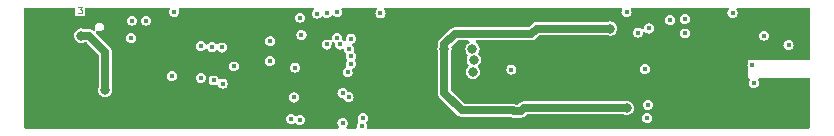
<source format=gbr>
%TF.GenerationSoftware,KiCad,Pcbnew,8.0.4*%
%TF.CreationDate,2024-09-10T00:37:33+02:00*%
%TF.ProjectId,ESP32_PICO_LED,45535033-325f-4504-9943-4f5f4c45442e,rev?*%
%TF.SameCoordinates,Original*%
%TF.FileFunction,Copper,L3,Inr*%
%TF.FilePolarity,Positive*%
%FSLAX46Y46*%
G04 Gerber Fmt 4.6, Leading zero omitted, Abs format (unit mm)*
G04 Created by KiCad (PCBNEW 8.0.4) date 2024-09-10 00:37:33*
%MOMM*%
%LPD*%
G01*
G04 APERTURE LIST*
%ADD10C,0.090000*%
%TA.AperFunction,NonConductor*%
%ADD11C,0.090000*%
%TD*%
%TA.AperFunction,ComponentPad*%
%ADD12C,0.500000*%
%TD*%
%TA.AperFunction,ViaPad*%
%ADD13C,0.450000*%
%TD*%
%TA.AperFunction,ViaPad*%
%ADD14C,0.800000*%
%TD*%
%TA.AperFunction,Conductor*%
%ADD15C,0.700000*%
%TD*%
%TA.AperFunction,Conductor*%
%ADD16C,0.500000*%
%TD*%
G04 APERTURE END LIST*
D10*
D11*
X110980638Y-75794129D02*
X111290162Y-75794129D01*
X111290162Y-75794129D02*
X111123495Y-75984605D01*
X111123495Y-75984605D02*
X111194924Y-75984605D01*
X111194924Y-75984605D02*
X111242543Y-76008415D01*
X111242543Y-76008415D02*
X111266352Y-76032224D01*
X111266352Y-76032224D02*
X111290162Y-76079843D01*
X111290162Y-76079843D02*
X111290162Y-76198891D01*
X111290162Y-76198891D02*
X111266352Y-76246510D01*
X111266352Y-76246510D02*
X111242543Y-76270320D01*
X111242543Y-76270320D02*
X111194924Y-76294129D01*
X111194924Y-76294129D02*
X111052067Y-76294129D01*
X111052067Y-76294129D02*
X111004448Y-76270320D01*
X111004448Y-76270320D02*
X110980638Y-76246510D01*
D12*
%TO.N,GND*%
%TO.C,U5*%
X166300000Y-79750000D03*
X165600000Y-80450000D03*
X165600000Y-79050000D03*
X164900000Y-79750000D03*
%TD*%
D13*
%TO.N,GND*%
X138280000Y-79650000D03*
X158710000Y-79950000D03*
X120400000Y-82300000D03*
X154720000Y-81070000D03*
X145600000Y-76175000D03*
X131240000Y-85560000D03*
X134040000Y-82030000D03*
X172650000Y-79310000D03*
X172190000Y-82030000D03*
X171620000Y-82030000D03*
X170520000Y-85560000D03*
X110123320Y-76354946D03*
X113150000Y-84550000D03*
X171770000Y-79990000D03*
X171170000Y-80010000D03*
X138420000Y-84840000D03*
X170390000Y-79980000D03*
X125180000Y-80970000D03*
X140280000Y-81000000D03*
X117404732Y-78833694D03*
X154760000Y-78540000D03*
X172750000Y-82050000D03*
X168250000Y-77100000D03*
X126990000Y-76180000D03*
X126160000Y-84130000D03*
X146700000Y-76325000D03*
X172650000Y-78560000D03*
X165550000Y-85848000D03*
X119400000Y-78950000D03*
X170840000Y-82380000D03*
X129450000Y-76052000D03*
X172000000Y-83420000D03*
X117493254Y-77350000D03*
X134410000Y-76570000D03*
%TO.N,+3.3V*%
X133350000Y-85600000D03*
X166370000Y-76270000D03*
X162320000Y-78010000D03*
X168050000Y-80700008D03*
X136554016Y-76315416D03*
X115450000Y-78400000D03*
X171110000Y-79000000D03*
X129000000Y-85240000D03*
X168170000Y-82220000D03*
X158930000Y-81040000D03*
X133780000Y-81300000D03*
D14*
X144350000Y-79350000D03*
D13*
X132890000Y-76210000D03*
X158350000Y-77940000D03*
X119092049Y-76191350D03*
D14*
X144450000Y-80250000D03*
X144375007Y-81266134D03*
D13*
X127186992Y-80346992D03*
X127230000Y-78680000D03*
X147642862Y-81066800D03*
X161080000Y-76900000D03*
D14*
%TO.N,+5V*%
X113249964Y-82800000D03*
D13*
X147775000Y-84524996D03*
D14*
X141975742Y-79337407D03*
X157400000Y-84325000D03*
X156000000Y-77600000D03*
X111225000Y-78200000D03*
D13*
X148425000Y-84600000D03*
%TO.N,MIC_PDM_DATA*%
X133132462Y-78947394D03*
X115508609Y-76928114D03*
%TO.N,SWCLK*%
X134038827Y-79930196D03*
%TO.N,SWDIO*%
X133914296Y-79366212D03*
%TO.N,/esp32_wifi_section/IO9*%
X157390000Y-76210000D03*
X162320000Y-76800000D03*
%TO.N,MIC_PDM_CLK*%
X132850002Y-78415000D03*
X116691497Y-76928200D03*
%TO.N,BUTTON*%
X118890740Y-81629313D03*
X132000000Y-78947998D03*
%TO.N,QSPI_SD0*%
X123150000Y-79200000D03*
X123190000Y-82258928D03*
%TO.N,QSPI_SD3*%
X121340000Y-81760000D03*
X121340000Y-79100000D03*
%TO.N,Net-(U3-VREG_VOUT)*%
X129325000Y-80905000D03*
X134060450Y-80580306D03*
%TO.N,QSPI_CLK*%
X122290000Y-79140000D03*
X122430000Y-81990000D03*
%TO.N,/UART1_RX*%
X133860743Y-83414319D03*
X159150000Y-85200000D03*
%TO.N,Net-(U5-CHIP_EN)*%
X159290000Y-77590000D03*
X169050000Y-78200000D03*
%TO.N,Net-(U3-RUN)*%
X124150000Y-80800000D03*
X134050000Y-78450000D03*
%TO.N,/UART1_TX*%
X159200000Y-84050000D03*
X133350000Y-83071800D03*
%TO.N,LED_1_C*%
X129869818Y-78124166D03*
%TO.N,LED_1_D*%
X129748119Y-76676145D03*
%TO.N,LED_2_C*%
X132000000Y-76300000D03*
%TO.N,LED_2_D*%
X131196601Y-76331033D03*
%TO.N,LED_4_C*%
X134980000Y-85841402D03*
%TO.N,LED_4_D*%
X135060000Y-85200000D03*
%TO.N,LED_3_D*%
X129725002Y-85334998D03*
%TO.N,LED_3_C*%
X129241800Y-83433837D03*
%TD*%
D15*
%TO.N,+5V*%
X149325000Y-78045000D02*
X142865000Y-78045000D01*
D16*
X141975742Y-79337407D02*
X141982593Y-79337407D01*
D15*
X149770000Y-77600000D02*
X149325000Y-78045000D01*
X148700000Y-84325000D02*
X148425000Y-84600000D01*
X141975742Y-78934258D02*
X141975742Y-79337407D01*
X141975742Y-83035742D02*
X143464996Y-84524996D01*
X143464996Y-84524996D02*
X147775000Y-84524996D01*
X111900000Y-78200000D02*
X111225000Y-78200000D01*
X142865000Y-78045000D02*
X141975742Y-78934258D01*
X113249964Y-79549964D02*
X111900000Y-78200000D01*
X141975742Y-79337407D02*
X141975742Y-83035742D01*
X156000000Y-77600000D02*
X149770000Y-77600000D01*
X157400000Y-84325000D02*
X148700000Y-84325000D01*
X147775000Y-84524996D02*
X147850004Y-84600000D01*
X147850004Y-84600000D02*
X148425000Y-84600000D01*
X113249964Y-82800000D02*
X113249964Y-79549964D01*
%TD*%
%TA.AperFunction,Conductor*%
%TO.N,GND*%
G36*
X110673177Y-75847185D02*
G01*
X110718932Y-75899989D01*
X110730138Y-75951500D01*
X110730138Y-76547957D01*
X111543990Y-76547957D01*
X111543990Y-75951500D01*
X111563675Y-75884461D01*
X111616479Y-75838706D01*
X111667990Y-75827500D01*
X118597541Y-75827500D01*
X118664580Y-75847185D01*
X118710335Y-75899989D01*
X118720279Y-75969147D01*
X118708027Y-76007789D01*
X118695334Y-76032703D01*
X118682328Y-76058228D01*
X118661245Y-76191347D01*
X118661245Y-76191352D01*
X118682328Y-76324471D01*
X118682329Y-76324474D01*
X118682330Y-76324476D01*
X118737690Y-76433126D01*
X118743522Y-76444571D01*
X118743525Y-76444575D01*
X118838823Y-76539873D01*
X118838827Y-76539876D01*
X118838829Y-76539878D01*
X118958923Y-76601069D01*
X118958925Y-76601069D01*
X118958927Y-76601070D01*
X119092047Y-76622154D01*
X119092049Y-76622154D01*
X119092051Y-76622154D01*
X119225170Y-76601070D01*
X119225170Y-76601069D01*
X119225175Y-76601069D01*
X119345269Y-76539878D01*
X119440577Y-76444570D01*
X119501768Y-76324476D01*
X119503203Y-76315416D01*
X119522853Y-76191352D01*
X119522853Y-76191347D01*
X119501769Y-76058228D01*
X119501768Y-76058226D01*
X119501768Y-76058224D01*
X119476071Y-76007791D01*
X119463176Y-75939126D01*
X119489452Y-75874386D01*
X119546558Y-75834128D01*
X119586557Y-75827500D01*
X130799023Y-75827500D01*
X130866062Y-75847185D01*
X130911817Y-75899989D01*
X130921761Y-75969147D01*
X130892736Y-76032703D01*
X130886704Y-76039181D01*
X130848077Y-76077807D01*
X130848074Y-76077811D01*
X130848073Y-76077813D01*
X130790225Y-76191347D01*
X130786880Y-76197911D01*
X130765797Y-76331030D01*
X130765797Y-76331035D01*
X130786880Y-76464154D01*
X130786881Y-76464157D01*
X130786882Y-76464159D01*
X130845741Y-76579676D01*
X130848074Y-76584254D01*
X130848077Y-76584258D01*
X130943375Y-76679556D01*
X130943379Y-76679559D01*
X130943381Y-76679561D01*
X131063475Y-76740752D01*
X131063477Y-76740752D01*
X131063479Y-76740753D01*
X131196599Y-76761837D01*
X131196601Y-76761837D01*
X131196603Y-76761837D01*
X131329722Y-76740753D01*
X131329722Y-76740752D01*
X131329727Y-76740752D01*
X131449821Y-76679561D01*
X131526136Y-76603245D01*
X131587456Y-76569761D01*
X131657148Y-76574745D01*
X131701497Y-76603246D01*
X131746774Y-76648523D01*
X131746778Y-76648526D01*
X131746780Y-76648528D01*
X131866874Y-76709719D01*
X131866876Y-76709719D01*
X131866878Y-76709720D01*
X131999998Y-76730804D01*
X132000000Y-76730804D01*
X132000002Y-76730804D01*
X132133121Y-76709720D01*
X132133121Y-76709719D01*
X132133126Y-76709719D01*
X132253220Y-76648528D01*
X132348528Y-76553220D01*
X132366549Y-76517850D01*
X132414523Y-76467054D01*
X132482344Y-76450259D01*
X132548479Y-76472796D01*
X132564715Y-76486464D01*
X132636774Y-76558523D01*
X132636778Y-76558526D01*
X132636780Y-76558528D01*
X132756874Y-76619719D01*
X132756876Y-76619719D01*
X132756878Y-76619720D01*
X132889998Y-76640804D01*
X132890000Y-76640804D01*
X132890002Y-76640804D01*
X133023121Y-76619720D01*
X133023121Y-76619719D01*
X133023126Y-76619719D01*
X133143220Y-76558528D01*
X133238528Y-76463220D01*
X133299719Y-76343126D01*
X133301634Y-76331035D01*
X133320804Y-76210002D01*
X133320804Y-76209997D01*
X133299720Y-76076876D01*
X133264521Y-76007794D01*
X133251625Y-75939125D01*
X133277902Y-75874385D01*
X133335008Y-75834128D01*
X133375006Y-75827500D01*
X136140821Y-75827500D01*
X136207860Y-75847185D01*
X136253615Y-75899989D01*
X136263559Y-75969147D01*
X136234534Y-76032703D01*
X136228502Y-76039181D01*
X136205492Y-76062190D01*
X136205489Y-76062194D01*
X136205488Y-76062196D01*
X136152266Y-76166651D01*
X136144295Y-76182294D01*
X136123212Y-76315413D01*
X136123212Y-76315418D01*
X136144295Y-76448537D01*
X136144296Y-76448540D01*
X136144297Y-76448542D01*
X136200337Y-76558526D01*
X136205489Y-76568637D01*
X136205492Y-76568641D01*
X136300790Y-76663939D01*
X136300794Y-76663942D01*
X136300796Y-76663944D01*
X136420890Y-76725135D01*
X136420892Y-76725135D01*
X136420894Y-76725136D01*
X136554014Y-76746220D01*
X136554016Y-76746220D01*
X136554018Y-76746220D01*
X136687137Y-76725136D01*
X136687137Y-76725135D01*
X136687142Y-76725135D01*
X136807236Y-76663944D01*
X136902544Y-76568636D01*
X136963735Y-76448542D01*
X136963736Y-76448537D01*
X136984820Y-76315418D01*
X136984820Y-76315413D01*
X136963736Y-76182294D01*
X136963735Y-76182292D01*
X136963735Y-76182290D01*
X136902544Y-76062196D01*
X136902542Y-76062194D01*
X136902539Y-76062190D01*
X136879530Y-76039181D01*
X136846045Y-75977858D01*
X136851029Y-75908166D01*
X136892901Y-75852233D01*
X136958365Y-75827816D01*
X136967211Y-75827500D01*
X156904994Y-75827500D01*
X156972033Y-75847185D01*
X157017788Y-75899989D01*
X157027732Y-75969147D01*
X157015479Y-76007794D01*
X156980279Y-76076876D01*
X156959196Y-76209997D01*
X156959196Y-76210002D01*
X156980279Y-76343121D01*
X156980280Y-76343124D01*
X156980281Y-76343126D01*
X157041472Y-76463220D01*
X157041473Y-76463221D01*
X157041476Y-76463225D01*
X157136774Y-76558523D01*
X157136778Y-76558526D01*
X157136780Y-76558528D01*
X157256874Y-76619719D01*
X157256876Y-76619719D01*
X157256878Y-76619720D01*
X157389998Y-76640804D01*
X157390000Y-76640804D01*
X157390002Y-76640804D01*
X157523121Y-76619720D01*
X157523121Y-76619719D01*
X157523126Y-76619719D01*
X157643220Y-76558528D01*
X157738528Y-76463220D01*
X157799719Y-76343126D01*
X157801634Y-76331035D01*
X157820804Y-76210002D01*
X157820804Y-76209997D01*
X157799720Y-76076876D01*
X157764521Y-76007794D01*
X157751625Y-75939125D01*
X157777902Y-75874385D01*
X157835008Y-75834128D01*
X157875006Y-75827500D01*
X165915629Y-75827500D01*
X165982668Y-75847185D01*
X166028423Y-75899989D01*
X166038367Y-75969147D01*
X166023122Y-76006668D01*
X166025903Y-76008085D01*
X166021473Y-76016778D01*
X166021472Y-76016780D01*
X165990853Y-76076874D01*
X165960279Y-76136878D01*
X165939196Y-76269997D01*
X165939196Y-76270002D01*
X165960279Y-76403121D01*
X165960280Y-76403124D01*
X165960281Y-76403126D01*
X166021472Y-76523220D01*
X166021473Y-76523221D01*
X166021476Y-76523225D01*
X166116774Y-76618523D01*
X166116778Y-76618526D01*
X166116780Y-76618528D01*
X166236874Y-76679719D01*
X166236876Y-76679719D01*
X166236878Y-76679720D01*
X166369998Y-76700804D01*
X166370000Y-76700804D01*
X166370002Y-76700804D01*
X166503121Y-76679720D01*
X166503121Y-76679719D01*
X166503126Y-76679719D01*
X166623220Y-76618528D01*
X166718528Y-76523220D01*
X166779719Y-76403126D01*
X166779720Y-76403121D01*
X166800804Y-76270002D01*
X166800804Y-76269997D01*
X166779720Y-76136878D01*
X166779719Y-76136876D01*
X166779719Y-76136874D01*
X166718528Y-76016780D01*
X166718526Y-76016778D01*
X166714097Y-76008085D01*
X166717609Y-76006295D01*
X166700578Y-75958664D01*
X166716357Y-75890599D01*
X166766429Y-75841870D01*
X166824371Y-75827500D01*
X172826000Y-75827500D01*
X172893039Y-75847185D01*
X172938794Y-75899989D01*
X172950000Y-75951500D01*
X172950000Y-80176000D01*
X172930315Y-80243039D01*
X172877511Y-80288794D01*
X172826000Y-80300000D01*
X168231954Y-80300000D01*
X168193244Y-80290709D01*
X168192402Y-80293303D01*
X168183124Y-80290288D01*
X168050002Y-80269204D01*
X168049998Y-80269204D01*
X167916875Y-80290288D01*
X167907598Y-80293303D01*
X167906755Y-80290709D01*
X167868046Y-80300000D01*
X167650000Y-80300000D01*
X167650000Y-80518036D01*
X167640708Y-80556757D01*
X167643297Y-80557598D01*
X167640280Y-80566883D01*
X167619196Y-80700005D01*
X167619196Y-80700010D01*
X167640279Y-80833130D01*
X167643297Y-80842416D01*
X167640701Y-80843259D01*
X167650000Y-80881979D01*
X167650000Y-81800000D01*
X167704101Y-81800000D01*
X167771140Y-81819685D01*
X167816895Y-81872489D01*
X167826839Y-81941647D01*
X167814586Y-81980294D01*
X167760279Y-82086876D01*
X167739196Y-82219997D01*
X167739196Y-82220002D01*
X167760279Y-82353121D01*
X167760280Y-82353124D01*
X167760281Y-82353126D01*
X167794765Y-82420804D01*
X167821473Y-82473221D01*
X167821476Y-82473225D01*
X167916774Y-82568523D01*
X167916778Y-82568526D01*
X167916780Y-82568528D01*
X168036874Y-82629719D01*
X168036876Y-82629719D01*
X168036878Y-82629720D01*
X168169998Y-82650804D01*
X168170000Y-82650804D01*
X168170002Y-82650804D01*
X168303121Y-82629720D01*
X168303121Y-82629719D01*
X168303126Y-82629719D01*
X168423220Y-82568528D01*
X168518528Y-82473220D01*
X168579719Y-82353126D01*
X168582031Y-82338528D01*
X168600804Y-82220002D01*
X168600804Y-82219997D01*
X168579720Y-82086876D01*
X168525414Y-81980294D01*
X168512518Y-81911625D01*
X168538795Y-81846885D01*
X168595901Y-81806628D01*
X168635899Y-81800000D01*
X172826000Y-81800000D01*
X172893039Y-81819685D01*
X172938794Y-81872489D01*
X172950000Y-81924000D01*
X172950000Y-85948500D01*
X172930315Y-86015539D01*
X172877511Y-86061294D01*
X172826000Y-86072500D01*
X135519387Y-86072500D01*
X135452348Y-86052815D01*
X135406593Y-86000011D01*
X135396649Y-85930853D01*
X135396914Y-85929102D01*
X135410804Y-85841404D01*
X135410804Y-85841399D01*
X135389720Y-85708280D01*
X135389719Y-85708278D01*
X135389719Y-85708276D01*
X135350875Y-85632041D01*
X135337980Y-85563375D01*
X135364256Y-85498634D01*
X135373681Y-85488067D01*
X135408524Y-85453224D01*
X135408528Y-85453220D01*
X135469719Y-85333126D01*
X135482652Y-85251472D01*
X135490804Y-85200002D01*
X135490804Y-85199997D01*
X158719196Y-85199997D01*
X158719196Y-85200002D01*
X158740279Y-85333121D01*
X158740280Y-85333124D01*
X158740281Y-85333126D01*
X158801472Y-85453220D01*
X158801473Y-85453221D01*
X158801476Y-85453225D01*
X158896774Y-85548523D01*
X158896778Y-85548526D01*
X158896780Y-85548528D01*
X159016874Y-85609719D01*
X159016876Y-85609719D01*
X159016878Y-85609720D01*
X159149998Y-85630804D01*
X159150000Y-85630804D01*
X159150002Y-85630804D01*
X159283121Y-85609720D01*
X159283121Y-85609719D01*
X159283126Y-85609719D01*
X159403220Y-85548528D01*
X159498528Y-85453220D01*
X159559719Y-85333126D01*
X159572652Y-85251472D01*
X159580804Y-85200002D01*
X159580804Y-85199997D01*
X159559720Y-85066878D01*
X159559719Y-85066876D01*
X159559719Y-85066874D01*
X159498528Y-84946780D01*
X159498526Y-84946778D01*
X159498523Y-84946774D01*
X159403225Y-84851476D01*
X159403221Y-84851473D01*
X159403220Y-84851472D01*
X159283126Y-84790281D01*
X159283124Y-84790280D01*
X159283121Y-84790279D01*
X159150002Y-84769196D01*
X159149998Y-84769196D01*
X159016878Y-84790279D01*
X158896778Y-84851473D01*
X158896774Y-84851476D01*
X158801476Y-84946774D01*
X158801473Y-84946778D01*
X158740279Y-85066878D01*
X158719196Y-85199997D01*
X135490804Y-85199997D01*
X135469720Y-85066878D01*
X135469719Y-85066876D01*
X135469719Y-85066874D01*
X135408528Y-84946780D01*
X135408526Y-84946778D01*
X135408523Y-84946774D01*
X135313225Y-84851476D01*
X135313221Y-84851473D01*
X135313220Y-84851472D01*
X135193126Y-84790281D01*
X135193124Y-84790280D01*
X135193121Y-84790279D01*
X135060002Y-84769196D01*
X135059998Y-84769196D01*
X134926878Y-84790279D01*
X134806778Y-84851473D01*
X134806774Y-84851476D01*
X134711476Y-84946774D01*
X134711473Y-84946778D01*
X134650279Y-85066878D01*
X134629196Y-85199997D01*
X134629196Y-85200002D01*
X134650279Y-85333123D01*
X134689123Y-85409358D01*
X134702019Y-85478027D01*
X134675742Y-85542767D01*
X134666320Y-85553332D01*
X134631476Y-85588176D01*
X134631473Y-85588180D01*
X134570279Y-85708280D01*
X134549196Y-85841399D01*
X134549196Y-85841404D01*
X134563086Y-85929102D01*
X134554131Y-85998396D01*
X134509135Y-86051848D01*
X134442384Y-86072487D01*
X134440613Y-86072500D01*
X133778611Y-86072500D01*
X133711572Y-86052815D01*
X133665817Y-86000011D01*
X133655873Y-85930853D01*
X133684898Y-85867297D01*
X133690930Y-85860819D01*
X133698523Y-85853225D01*
X133698528Y-85853220D01*
X133759719Y-85733126D01*
X133772929Y-85649720D01*
X133780804Y-85600002D01*
X133780804Y-85599997D01*
X133759720Y-85466878D01*
X133759719Y-85466876D01*
X133759719Y-85466874D01*
X133698528Y-85346780D01*
X133698526Y-85346778D01*
X133698523Y-85346774D01*
X133603225Y-85251476D01*
X133603221Y-85251473D01*
X133603220Y-85251472D01*
X133483126Y-85190281D01*
X133483124Y-85190280D01*
X133483121Y-85190279D01*
X133350002Y-85169196D01*
X133349998Y-85169196D01*
X133216878Y-85190279D01*
X133216874Y-85190280D01*
X133216874Y-85190281D01*
X133194125Y-85201872D01*
X133096778Y-85251473D01*
X133096774Y-85251476D01*
X133001476Y-85346774D01*
X133001473Y-85346778D01*
X132940279Y-85466878D01*
X132919196Y-85599997D01*
X132919196Y-85600002D01*
X132940279Y-85733121D01*
X132940280Y-85733124D01*
X132940281Y-85733126D01*
X133001472Y-85853220D01*
X133001473Y-85853221D01*
X133001476Y-85853225D01*
X133009070Y-85860819D01*
X133042555Y-85922142D01*
X133037571Y-85991834D01*
X132995699Y-86047767D01*
X132930235Y-86072184D01*
X132921389Y-86072500D01*
X106501500Y-86072500D01*
X106434461Y-86052815D01*
X106388706Y-86000011D01*
X106377500Y-85948500D01*
X106377500Y-85239997D01*
X128569196Y-85239997D01*
X128569196Y-85240002D01*
X128590279Y-85373121D01*
X128590280Y-85373124D01*
X128590281Y-85373126D01*
X128651296Y-85492874D01*
X128651473Y-85493221D01*
X128651476Y-85493225D01*
X128746774Y-85588523D01*
X128746778Y-85588526D01*
X128746780Y-85588528D01*
X128866874Y-85649719D01*
X128866876Y-85649719D01*
X128866878Y-85649720D01*
X128999998Y-85670804D01*
X129000000Y-85670804D01*
X129000002Y-85670804D01*
X129133121Y-85649720D01*
X129133121Y-85649719D01*
X129133126Y-85649719D01*
X129253220Y-85588528D01*
X129253222Y-85588525D01*
X129254803Y-85587720D01*
X129323472Y-85574824D01*
X129388212Y-85601100D01*
X129398779Y-85610524D01*
X129471776Y-85683521D01*
X129471780Y-85683524D01*
X129471782Y-85683526D01*
X129591876Y-85744717D01*
X129591878Y-85744717D01*
X129591880Y-85744718D01*
X129725000Y-85765802D01*
X129725002Y-85765802D01*
X129725004Y-85765802D01*
X129858123Y-85744718D01*
X129858123Y-85744717D01*
X129858128Y-85744717D01*
X129978222Y-85683526D01*
X130073530Y-85588218D01*
X130134721Y-85468124D01*
X130134722Y-85468119D01*
X130155806Y-85335000D01*
X130155806Y-85334995D01*
X130134722Y-85201876D01*
X130134721Y-85201874D01*
X130134721Y-85201872D01*
X130073530Y-85081778D01*
X130073528Y-85081776D01*
X130073525Y-85081772D01*
X129978227Y-84986474D01*
X129978223Y-84986471D01*
X129978222Y-84986470D01*
X129858128Y-84925279D01*
X129858126Y-84925278D01*
X129858123Y-84925277D01*
X129725004Y-84904194D01*
X129725000Y-84904194D01*
X129591878Y-84925277D01*
X129470197Y-84987277D01*
X129401528Y-85000173D01*
X129336788Y-84973896D01*
X129326222Y-84964473D01*
X129253225Y-84891476D01*
X129253221Y-84891473D01*
X129253220Y-84891472D01*
X129133126Y-84830281D01*
X129133124Y-84830280D01*
X129133121Y-84830279D01*
X129000002Y-84809196D01*
X128999998Y-84809196D01*
X128866878Y-84830279D01*
X128746778Y-84891473D01*
X128746774Y-84891476D01*
X128651476Y-84986774D01*
X128651473Y-84986778D01*
X128590279Y-85106878D01*
X128569196Y-85239997D01*
X106377500Y-85239997D01*
X106377500Y-83433834D01*
X128810996Y-83433834D01*
X128810996Y-83433839D01*
X128832079Y-83566958D01*
X128832080Y-83566961D01*
X128832081Y-83566963D01*
X128883328Y-83667540D01*
X128893273Y-83687058D01*
X128893276Y-83687062D01*
X128988574Y-83782360D01*
X128988578Y-83782363D01*
X128988580Y-83782365D01*
X129108674Y-83843556D01*
X129108676Y-83843556D01*
X129108678Y-83843557D01*
X129241798Y-83864641D01*
X129241800Y-83864641D01*
X129241802Y-83864641D01*
X129374921Y-83843557D01*
X129374921Y-83843556D01*
X129374926Y-83843556D01*
X129495020Y-83782365D01*
X129590328Y-83687057D01*
X129651519Y-83566963D01*
X129651520Y-83566958D01*
X129672604Y-83433839D01*
X129672604Y-83433834D01*
X129651520Y-83300715D01*
X129651519Y-83300713D01*
X129651519Y-83300711D01*
X129590328Y-83180617D01*
X129590326Y-83180615D01*
X129590323Y-83180611D01*
X129495025Y-83085313D01*
X129495021Y-83085310D01*
X129495020Y-83085309D01*
X129468501Y-83071797D01*
X132919196Y-83071797D01*
X132919196Y-83071802D01*
X132940279Y-83204921D01*
X132940280Y-83204924D01*
X132940281Y-83204926D01*
X133001472Y-83325020D01*
X133001473Y-83325021D01*
X133001476Y-83325025D01*
X133096774Y-83420323D01*
X133096778Y-83420326D01*
X133096780Y-83420328D01*
X133216874Y-83481519D01*
X133216876Y-83481519D01*
X133216878Y-83481520D01*
X133349998Y-83502604D01*
X133352189Y-83502604D01*
X133354754Y-83503357D01*
X133359639Y-83504131D01*
X133359539Y-83504762D01*
X133419228Y-83522289D01*
X133462673Y-83570308D01*
X133512215Y-83667539D01*
X133512217Y-83667541D01*
X133512219Y-83667544D01*
X133607517Y-83762842D01*
X133607521Y-83762845D01*
X133607523Y-83762847D01*
X133727617Y-83824038D01*
X133727619Y-83824038D01*
X133727621Y-83824039D01*
X133860741Y-83845123D01*
X133860743Y-83845123D01*
X133860745Y-83845123D01*
X133993864Y-83824039D01*
X133993864Y-83824038D01*
X133993869Y-83824038D01*
X134113963Y-83762847D01*
X134209271Y-83667539D01*
X134270462Y-83547445D01*
X134270463Y-83547440D01*
X134291547Y-83414321D01*
X134291547Y-83414316D01*
X134270463Y-83281197D01*
X134270462Y-83281195D01*
X134270462Y-83281193D01*
X134209271Y-83161099D01*
X134209269Y-83161097D01*
X134209266Y-83161093D01*
X134113968Y-83065795D01*
X134113964Y-83065792D01*
X134113963Y-83065791D01*
X133993869Y-83004600D01*
X133993867Y-83004599D01*
X133993864Y-83004598D01*
X133860745Y-82983515D01*
X133858553Y-82983515D01*
X133855985Y-82982761D01*
X133851104Y-82981988D01*
X133851203Y-82981357D01*
X133791514Y-82963830D01*
X133748069Y-82915810D01*
X133698528Y-82818580D01*
X133698525Y-82818577D01*
X133698523Y-82818574D01*
X133603225Y-82723276D01*
X133603221Y-82723273D01*
X133603220Y-82723272D01*
X133483126Y-82662081D01*
X133483124Y-82662080D01*
X133483121Y-82662079D01*
X133350002Y-82640996D01*
X133349998Y-82640996D01*
X133216878Y-82662079D01*
X133096778Y-82723273D01*
X133096774Y-82723276D01*
X133001476Y-82818574D01*
X133001473Y-82818578D01*
X132940279Y-82938678D01*
X132919196Y-83071797D01*
X129468501Y-83071797D01*
X129374926Y-83024118D01*
X129374924Y-83024117D01*
X129374921Y-83024116D01*
X129241802Y-83003033D01*
X129241798Y-83003033D01*
X129108678Y-83024116D01*
X128988578Y-83085310D01*
X128988574Y-83085313D01*
X128893276Y-83180611D01*
X128893273Y-83180615D01*
X128832079Y-83300715D01*
X128810996Y-83433834D01*
X106377500Y-83433834D01*
X106377500Y-78199998D01*
X110619318Y-78199998D01*
X110619318Y-78200001D01*
X110639955Y-78356760D01*
X110639956Y-78356762D01*
X110687974Y-78472689D01*
X110700464Y-78502841D01*
X110796718Y-78628282D01*
X110922159Y-78724536D01*
X111068238Y-78785044D01*
X111146619Y-78795363D01*
X111224999Y-78805682D01*
X111225000Y-78805682D01*
X111225001Y-78805682D01*
X111279378Y-78798523D01*
X111381762Y-78785044D01*
X111442370Y-78759938D01*
X111489823Y-78750500D01*
X111620613Y-78750500D01*
X111687652Y-78770185D01*
X111708294Y-78786819D01*
X112663145Y-79741670D01*
X112696630Y-79802993D01*
X112699464Y-79829351D01*
X112699464Y-82535176D01*
X112690025Y-82582628D01*
X112664921Y-82643234D01*
X112664919Y-82643239D01*
X112644282Y-82799998D01*
X112644282Y-82800001D01*
X112664919Y-82956760D01*
X112664920Y-82956762D01*
X112725428Y-83102841D01*
X112821682Y-83228282D01*
X112947123Y-83324536D01*
X113093202Y-83385044D01*
X113171583Y-83395363D01*
X113249963Y-83405682D01*
X113249964Y-83405682D01*
X113249965Y-83405682D01*
X113302218Y-83398802D01*
X113406726Y-83385044D01*
X113552805Y-83324536D01*
X113678246Y-83228282D01*
X113774500Y-83102841D01*
X113835008Y-82956762D01*
X113855646Y-82800000D01*
X113835008Y-82643238D01*
X113809903Y-82582628D01*
X113800464Y-82535176D01*
X113800464Y-81629310D01*
X118459936Y-81629310D01*
X118459936Y-81629315D01*
X118481019Y-81762434D01*
X118481020Y-81762437D01*
X118481021Y-81762439D01*
X118542212Y-81882533D01*
X118542213Y-81882534D01*
X118542216Y-81882538D01*
X118637514Y-81977836D01*
X118637518Y-81977839D01*
X118637520Y-81977841D01*
X118757614Y-82039032D01*
X118757616Y-82039032D01*
X118757618Y-82039033D01*
X118890738Y-82060117D01*
X118890740Y-82060117D01*
X118890742Y-82060117D01*
X119023861Y-82039033D01*
X119023861Y-82039032D01*
X119023866Y-82039032D01*
X119143960Y-81977841D01*
X119239268Y-81882533D01*
X119300459Y-81762439D01*
X119300845Y-81760002D01*
X119300846Y-81759997D01*
X120909196Y-81759997D01*
X120909196Y-81760002D01*
X120930279Y-81893121D01*
X120930280Y-81893124D01*
X120930281Y-81893126D01*
X120991472Y-82013220D01*
X120991473Y-82013221D01*
X120991476Y-82013225D01*
X121086774Y-82108523D01*
X121086778Y-82108526D01*
X121086780Y-82108528D01*
X121206874Y-82169719D01*
X121206876Y-82169719D01*
X121206878Y-82169720D01*
X121339998Y-82190804D01*
X121340000Y-82190804D01*
X121340002Y-82190804D01*
X121473121Y-82169720D01*
X121473121Y-82169719D01*
X121473126Y-82169719D01*
X121593220Y-82108528D01*
X121688528Y-82013220D01*
X121700361Y-81989997D01*
X121999196Y-81989997D01*
X121999196Y-81990002D01*
X122020279Y-82123121D01*
X122020280Y-82123124D01*
X122020281Y-82123126D01*
X122069641Y-82220000D01*
X122081473Y-82243221D01*
X122081476Y-82243225D01*
X122176774Y-82338523D01*
X122176778Y-82338526D01*
X122176780Y-82338528D01*
X122296874Y-82399719D01*
X122296876Y-82399719D01*
X122296878Y-82399720D01*
X122429998Y-82420804D01*
X122430000Y-82420804D01*
X122430002Y-82420804D01*
X122563121Y-82399720D01*
X122563121Y-82399719D01*
X122563126Y-82399719D01*
X122628142Y-82366591D01*
X122696808Y-82353696D01*
X122761548Y-82379972D01*
X122794918Y-82420780D01*
X122841472Y-82512148D01*
X122841474Y-82512150D01*
X122841476Y-82512153D01*
X122936774Y-82607451D01*
X122936778Y-82607454D01*
X122936780Y-82607456D01*
X123056874Y-82668647D01*
X123056876Y-82668647D01*
X123056878Y-82668648D01*
X123189998Y-82689732D01*
X123190000Y-82689732D01*
X123190002Y-82689732D01*
X123323121Y-82668648D01*
X123323121Y-82668647D01*
X123323126Y-82668647D01*
X123443220Y-82607456D01*
X123538528Y-82512148D01*
X123599719Y-82392054D01*
X123603752Y-82366592D01*
X123620804Y-82258930D01*
X123620804Y-82258925D01*
X123599720Y-82125806D01*
X123599719Y-82125804D01*
X123599719Y-82125802D01*
X123538528Y-82005708D01*
X123538526Y-82005706D01*
X123538523Y-82005702D01*
X123443225Y-81910404D01*
X123443221Y-81910401D01*
X123443220Y-81910400D01*
X123323126Y-81849209D01*
X123323124Y-81849208D01*
X123323121Y-81849207D01*
X123190002Y-81828124D01*
X123189998Y-81828124D01*
X123056875Y-81849208D01*
X123056874Y-81849208D01*
X122991858Y-81882335D01*
X122923189Y-81895231D01*
X122858449Y-81868954D01*
X122825082Y-81828147D01*
X122778528Y-81736780D01*
X122778526Y-81736778D01*
X122778523Y-81736774D01*
X122683225Y-81641476D01*
X122683221Y-81641473D01*
X122683220Y-81641472D01*
X122563126Y-81580281D01*
X122563124Y-81580280D01*
X122563121Y-81580279D01*
X122430002Y-81559196D01*
X122429998Y-81559196D01*
X122296878Y-81580279D01*
X122176778Y-81641473D01*
X122176774Y-81641476D01*
X122081476Y-81736774D01*
X122081473Y-81736778D01*
X122020279Y-81856878D01*
X121999196Y-81989997D01*
X121700361Y-81989997D01*
X121749719Y-81893126D01*
X121753149Y-81871472D01*
X121770804Y-81760002D01*
X121770804Y-81759997D01*
X121749720Y-81626878D01*
X121749719Y-81626876D01*
X121749719Y-81626874D01*
X121688528Y-81506780D01*
X121688526Y-81506778D01*
X121688523Y-81506774D01*
X121593225Y-81411476D01*
X121593221Y-81411473D01*
X121593220Y-81411472D01*
X121473126Y-81350281D01*
X121473124Y-81350280D01*
X121473121Y-81350279D01*
X121340002Y-81329196D01*
X121339998Y-81329196D01*
X121206878Y-81350279D01*
X121086778Y-81411473D01*
X121086774Y-81411476D01*
X120991476Y-81506774D01*
X120991473Y-81506778D01*
X120930279Y-81626878D01*
X120909196Y-81759997D01*
X119300846Y-81759997D01*
X119321544Y-81629315D01*
X119321544Y-81629310D01*
X119300460Y-81496191D01*
X119300459Y-81496189D01*
X119300459Y-81496187D01*
X119239268Y-81376093D01*
X119239266Y-81376091D01*
X119239263Y-81376087D01*
X119143965Y-81280789D01*
X119143961Y-81280786D01*
X119143960Y-81280785D01*
X119023866Y-81219594D01*
X119023864Y-81219593D01*
X119023861Y-81219592D01*
X118890742Y-81198509D01*
X118890738Y-81198509D01*
X118757618Y-81219592D01*
X118637518Y-81280786D01*
X118637514Y-81280789D01*
X118542216Y-81376087D01*
X118542213Y-81376091D01*
X118481019Y-81496191D01*
X118459936Y-81629310D01*
X113800464Y-81629310D01*
X113800464Y-80799997D01*
X123719196Y-80799997D01*
X123719196Y-80800002D01*
X123740279Y-80933121D01*
X123740280Y-80933124D01*
X123740281Y-80933126D01*
X123801472Y-81053220D01*
X123801473Y-81053221D01*
X123801476Y-81053225D01*
X123896774Y-81148523D01*
X123896778Y-81148526D01*
X123896780Y-81148528D01*
X124016874Y-81209719D01*
X124016876Y-81209719D01*
X124016878Y-81209720D01*
X124149998Y-81230804D01*
X124150000Y-81230804D01*
X124150002Y-81230804D01*
X124283121Y-81209720D01*
X124283121Y-81209719D01*
X124283126Y-81209719D01*
X124403220Y-81148528D01*
X124498528Y-81053220D01*
X124559719Y-80933126D01*
X124563877Y-80906874D01*
X124564174Y-80904997D01*
X128894196Y-80904997D01*
X128894196Y-80905002D01*
X128915279Y-81038121D01*
X128915280Y-81038124D01*
X128915281Y-81038126D01*
X128971533Y-81148526D01*
X128976473Y-81158221D01*
X128976476Y-81158225D01*
X129071774Y-81253523D01*
X129071778Y-81253526D01*
X129071780Y-81253528D01*
X129191874Y-81314719D01*
X129191876Y-81314719D01*
X129191878Y-81314720D01*
X129324998Y-81335804D01*
X129325000Y-81335804D01*
X129325002Y-81335804D01*
X129458121Y-81314720D01*
X129458121Y-81314719D01*
X129458126Y-81314719D01*
X129578220Y-81253528D01*
X129673528Y-81158220D01*
X129734719Y-81038126D01*
X129739949Y-81005108D01*
X129755804Y-80905002D01*
X129755804Y-80904997D01*
X129734720Y-80771878D01*
X129734719Y-80771876D01*
X129734719Y-80771874D01*
X129673528Y-80651780D01*
X129673526Y-80651778D01*
X129673523Y-80651774D01*
X129578225Y-80556476D01*
X129578221Y-80556473D01*
X129578220Y-80556472D01*
X129458126Y-80495281D01*
X129458124Y-80495280D01*
X129458121Y-80495279D01*
X129325002Y-80474196D01*
X129324998Y-80474196D01*
X129191878Y-80495279D01*
X129071778Y-80556473D01*
X129071774Y-80556476D01*
X128976476Y-80651774D01*
X128976473Y-80651778D01*
X128915279Y-80771878D01*
X128894196Y-80904997D01*
X124564174Y-80904997D01*
X124580804Y-80800002D01*
X124580804Y-80799997D01*
X124559720Y-80666878D01*
X124559719Y-80666876D01*
X124559719Y-80666874D01*
X124498528Y-80546780D01*
X124498526Y-80546778D01*
X124498523Y-80546774D01*
X124403225Y-80451476D01*
X124403221Y-80451473D01*
X124403220Y-80451472D01*
X124283126Y-80390281D01*
X124283124Y-80390280D01*
X124283121Y-80390279D01*
X124150002Y-80369196D01*
X124149998Y-80369196D01*
X124016878Y-80390279D01*
X123896778Y-80451473D01*
X123896774Y-80451476D01*
X123801476Y-80546774D01*
X123801473Y-80546778D01*
X123740279Y-80666878D01*
X123719196Y-80799997D01*
X113800464Y-80799997D01*
X113800464Y-80346989D01*
X126756188Y-80346989D01*
X126756188Y-80346994D01*
X126777271Y-80480113D01*
X126777272Y-80480116D01*
X126777273Y-80480118D01*
X126838464Y-80600212D01*
X126838465Y-80600213D01*
X126838468Y-80600217D01*
X126933766Y-80695515D01*
X126933770Y-80695518D01*
X126933772Y-80695520D01*
X127053866Y-80756711D01*
X127053868Y-80756711D01*
X127053870Y-80756712D01*
X127186990Y-80777796D01*
X127186992Y-80777796D01*
X127186994Y-80777796D01*
X127320113Y-80756712D01*
X127320113Y-80756711D01*
X127320118Y-80756711D01*
X127440212Y-80695520D01*
X127535520Y-80600212D01*
X127596711Y-80480118D01*
X127597649Y-80474196D01*
X127617796Y-80346994D01*
X127617796Y-80346989D01*
X127596712Y-80213870D01*
X127596711Y-80213868D01*
X127596711Y-80213866D01*
X127535520Y-80093772D01*
X127535518Y-80093770D01*
X127535515Y-80093766D01*
X127440217Y-79998468D01*
X127440213Y-79998465D01*
X127440212Y-79998464D01*
X127320118Y-79937273D01*
X127320116Y-79937272D01*
X127320113Y-79937271D01*
X127186994Y-79916188D01*
X127186990Y-79916188D01*
X127053870Y-79937271D01*
X126933770Y-79998465D01*
X126933766Y-79998468D01*
X126838468Y-80093766D01*
X126838465Y-80093770D01*
X126777271Y-80213870D01*
X126756188Y-80346989D01*
X113800464Y-80346989D01*
X113800464Y-79477491D01*
X113800464Y-79477489D01*
X113762948Y-79337479D01*
X113734380Y-79287998D01*
X113690474Y-79211949D01*
X113578522Y-79099997D01*
X120909196Y-79099997D01*
X120909196Y-79100002D01*
X120930279Y-79233121D01*
X120930280Y-79233124D01*
X120930281Y-79233126D01*
X120991472Y-79353220D01*
X120991473Y-79353221D01*
X120991476Y-79353225D01*
X121086774Y-79448523D01*
X121086778Y-79448526D01*
X121086780Y-79448528D01*
X121206874Y-79509719D01*
X121206876Y-79509719D01*
X121206878Y-79509720D01*
X121339998Y-79530804D01*
X121340000Y-79530804D01*
X121340002Y-79530804D01*
X121473121Y-79509720D01*
X121473121Y-79509719D01*
X121473126Y-79509719D01*
X121593220Y-79448528D01*
X121688528Y-79353220D01*
X121694324Y-79341843D01*
X121742296Y-79291048D01*
X121810116Y-79274251D01*
X121876252Y-79296786D01*
X121915292Y-79341840D01*
X121941472Y-79393220D01*
X121941474Y-79393222D01*
X121941476Y-79393225D01*
X122036774Y-79488523D01*
X122036778Y-79488526D01*
X122036780Y-79488528D01*
X122156874Y-79549719D01*
X122156876Y-79549719D01*
X122156878Y-79549720D01*
X122289998Y-79570804D01*
X122290000Y-79570804D01*
X122290002Y-79570804D01*
X122423121Y-79549720D01*
X122423121Y-79549719D01*
X122423126Y-79549719D01*
X122543220Y-79488528D01*
X122605538Y-79426209D01*
X122666859Y-79392726D01*
X122736551Y-79397710D01*
X122792485Y-79439581D01*
X122798006Y-79448449D01*
X122801476Y-79453225D01*
X122896774Y-79548523D01*
X122896778Y-79548526D01*
X122896780Y-79548528D01*
X123016874Y-79609719D01*
X123016876Y-79609719D01*
X123016878Y-79609720D01*
X123149998Y-79630804D01*
X123150000Y-79630804D01*
X123150002Y-79630804D01*
X123283121Y-79609720D01*
X123283121Y-79609719D01*
X123283126Y-79609719D01*
X123403220Y-79548528D01*
X123498528Y-79453220D01*
X123559719Y-79333126D01*
X123565612Y-79295920D01*
X123580804Y-79200002D01*
X123580804Y-79199997D01*
X123559720Y-79066878D01*
X123559719Y-79066876D01*
X123559719Y-79066874D01*
X123498528Y-78946780D01*
X123498526Y-78946778D01*
X123498523Y-78946774D01*
X123403225Y-78851476D01*
X123403221Y-78851473D01*
X123403220Y-78851472D01*
X123283126Y-78790281D01*
X123283124Y-78790280D01*
X123283121Y-78790279D01*
X123150002Y-78769196D01*
X123149998Y-78769196D01*
X123016878Y-78790279D01*
X123016874Y-78790280D01*
X123016874Y-78790281D01*
X122968604Y-78814876D01*
X122896778Y-78851473D01*
X122896777Y-78851473D01*
X122834462Y-78913789D01*
X122773138Y-78947273D01*
X122703447Y-78942288D01*
X122647513Y-78900417D01*
X122641993Y-78891551D01*
X122638529Y-78886782D01*
X122638528Y-78886780D01*
X122638525Y-78886777D01*
X122638523Y-78886774D01*
X122543225Y-78791476D01*
X122543221Y-78791473D01*
X122543220Y-78791472D01*
X122423126Y-78730281D01*
X122423124Y-78730280D01*
X122423121Y-78730279D01*
X122290002Y-78709196D01*
X122289998Y-78709196D01*
X122156878Y-78730279D01*
X122036778Y-78791473D01*
X122036774Y-78791476D01*
X121941476Y-78886774D01*
X121941470Y-78886782D01*
X121935673Y-78898160D01*
X121887697Y-78948955D01*
X121819876Y-78965748D01*
X121753741Y-78943208D01*
X121714707Y-78898159D01*
X121688528Y-78846780D01*
X121688526Y-78846778D01*
X121688523Y-78846774D01*
X121593225Y-78751476D01*
X121593221Y-78751473D01*
X121593220Y-78751472D01*
X121473126Y-78690281D01*
X121473124Y-78690280D01*
X121473121Y-78690279D01*
X121408200Y-78679997D01*
X126799196Y-78679997D01*
X126799196Y-78680002D01*
X126820279Y-78813121D01*
X126820280Y-78813124D01*
X126820281Y-78813126D01*
X126881472Y-78933220D01*
X126881473Y-78933221D01*
X126881476Y-78933225D01*
X126976774Y-79028523D01*
X126976778Y-79028526D01*
X126976780Y-79028528D01*
X127096874Y-79089719D01*
X127096876Y-79089719D01*
X127096878Y-79089720D01*
X127229998Y-79110804D01*
X127230000Y-79110804D01*
X127230002Y-79110804D01*
X127363121Y-79089720D01*
X127363121Y-79089719D01*
X127363126Y-79089719D01*
X127483220Y-79028528D01*
X127563753Y-78947995D01*
X131569196Y-78947995D01*
X131569196Y-78948000D01*
X131590279Y-79081119D01*
X131590280Y-79081122D01*
X131590281Y-79081124D01*
X131651165Y-79200615D01*
X131651473Y-79201219D01*
X131651476Y-79201223D01*
X131746774Y-79296521D01*
X131746778Y-79296524D01*
X131746780Y-79296526D01*
X131866874Y-79357717D01*
X131866876Y-79357717D01*
X131866878Y-79357718D01*
X131999998Y-79378802D01*
X132000000Y-79378802D01*
X132000002Y-79378802D01*
X132133121Y-79357718D01*
X132133121Y-79357717D01*
X132133126Y-79357717D01*
X132253220Y-79296526D01*
X132348528Y-79201218D01*
X132409719Y-79081124D01*
X132409815Y-79080520D01*
X132430804Y-78948000D01*
X132430804Y-78947996D01*
X132422522Y-78895707D01*
X132431476Y-78826414D01*
X132476472Y-78772962D01*
X132543224Y-78752322D01*
X132601286Y-78765823D01*
X132640503Y-78785805D01*
X132691297Y-78833778D01*
X132708092Y-78901599D01*
X132706680Y-78915683D01*
X132701658Y-78947394D01*
X132701658Y-78947396D01*
X132722741Y-79080515D01*
X132722742Y-79080518D01*
X132722743Y-79080520D01*
X132783934Y-79200614D01*
X132783935Y-79200615D01*
X132783938Y-79200619D01*
X132879236Y-79295917D01*
X132879240Y-79295920D01*
X132879242Y-79295922D01*
X132999336Y-79357113D01*
X132999338Y-79357113D01*
X132999340Y-79357114D01*
X133132460Y-79378198D01*
X133132462Y-79378198D01*
X133132464Y-79378198D01*
X133265584Y-79357114D01*
X133265585Y-79357113D01*
X133265588Y-79357113D01*
X133313818Y-79332538D01*
X133382484Y-79319642D01*
X133447225Y-79345918D01*
X133487482Y-79403024D01*
X133492584Y-79423624D01*
X133504575Y-79499334D01*
X133504576Y-79499337D01*
X133504577Y-79499338D01*
X133560819Y-79609720D01*
X133565769Y-79619433D01*
X133565772Y-79619437D01*
X133603983Y-79657648D01*
X133637468Y-79718971D01*
X133632484Y-79788663D01*
X133630010Y-79794291D01*
X133629107Y-79797071D01*
X133608023Y-79930193D01*
X133608023Y-79930198D01*
X133629106Y-80063317D01*
X133629107Y-80063320D01*
X133629108Y-80063322D01*
X133690299Y-80183416D01*
X133690300Y-80183417D01*
X133696038Y-80191315D01*
X133694728Y-80192266D01*
X133722898Y-80243854D01*
X133717914Y-80313546D01*
X133712217Y-80326506D01*
X133650729Y-80447182D01*
X133629646Y-80580303D01*
X133629646Y-80580308D01*
X133650729Y-80713429D01*
X133665178Y-80741786D01*
X133678074Y-80810455D01*
X133651797Y-80875196D01*
X133610989Y-80908564D01*
X133526781Y-80951471D01*
X133526774Y-80951476D01*
X133431476Y-81046774D01*
X133431473Y-81046778D01*
X133370279Y-81166878D01*
X133349196Y-81299997D01*
X133349196Y-81300002D01*
X133370279Y-81433121D01*
X133370280Y-81433124D01*
X133370281Y-81433126D01*
X133407807Y-81506774D01*
X133431473Y-81553221D01*
X133431476Y-81553225D01*
X133526774Y-81648523D01*
X133526778Y-81648526D01*
X133526780Y-81648528D01*
X133646874Y-81709719D01*
X133646876Y-81709719D01*
X133646878Y-81709720D01*
X133779998Y-81730804D01*
X133780000Y-81730804D01*
X133780002Y-81730804D01*
X133913121Y-81709720D01*
X133913121Y-81709719D01*
X133913126Y-81709719D01*
X134033220Y-81648528D01*
X134128528Y-81553220D01*
X134189719Y-81433126D01*
X134193148Y-81411476D01*
X134210804Y-81300002D01*
X134210804Y-81299997D01*
X134189720Y-81166876D01*
X134175271Y-81138518D01*
X134162375Y-81069848D01*
X134188652Y-81005108D01*
X134229458Y-80971742D01*
X134313670Y-80928834D01*
X134408978Y-80833526D01*
X134470169Y-80713432D01*
X134473006Y-80695520D01*
X134491254Y-80580308D01*
X134491254Y-80580303D01*
X134470170Y-80447184D01*
X134470169Y-80447182D01*
X134470169Y-80447180D01*
X134408978Y-80327086D01*
X134408976Y-80327084D01*
X134403239Y-80319187D01*
X134404547Y-80318236D01*
X134376378Y-80266647D01*
X134381362Y-80196955D01*
X134387059Y-80183994D01*
X134387351Y-80183419D01*
X134387355Y-80183416D01*
X134448546Y-80063322D01*
X134458818Y-79998468D01*
X134469631Y-79930198D01*
X134469631Y-79930193D01*
X134448547Y-79797074D01*
X134448546Y-79797072D01*
X134448546Y-79797070D01*
X134387355Y-79676976D01*
X134387353Y-79676974D01*
X134387350Y-79676970D01*
X134349139Y-79638759D01*
X134315654Y-79577436D01*
X134320638Y-79507744D01*
X134323111Y-79502118D01*
X134324016Y-79499334D01*
X134345100Y-79366214D01*
X134345100Y-79366209D01*
X134340538Y-79337405D01*
X141370060Y-79337405D01*
X141370060Y-79337408D01*
X141390697Y-79494167D01*
X141390698Y-79494169D01*
X141413214Y-79548528D01*
X141415803Y-79554777D01*
X141425242Y-79602230D01*
X141425242Y-83108217D01*
X141435323Y-83145839D01*
X141462758Y-83248227D01*
X141535232Y-83373757D01*
X143126981Y-84965506D01*
X143232177Y-85026240D01*
X143252511Y-85037980D01*
X143392521Y-85075496D01*
X147539362Y-85075496D01*
X147601362Y-85092109D01*
X147626936Y-85106874D01*
X147637519Y-85112984D01*
X147777529Y-85150500D01*
X147777530Y-85150500D01*
X147777532Y-85150500D01*
X148497472Y-85150500D01*
X148497474Y-85150500D01*
X148497475Y-85150500D01*
X148637485Y-85112984D01*
X148643251Y-85109654D01*
X148648069Y-85106874D01*
X148722907Y-85063665D01*
X148763015Y-85040510D01*
X148891706Y-84911819D01*
X148953029Y-84878334D01*
X148979387Y-84875500D01*
X157135177Y-84875500D01*
X157182629Y-84884938D01*
X157243238Y-84910044D01*
X157256721Y-84911819D01*
X157399999Y-84930682D01*
X157400000Y-84930682D01*
X157400001Y-84930682D01*
X157452254Y-84923802D01*
X157556762Y-84910044D01*
X157702841Y-84849536D01*
X157828282Y-84753282D01*
X157924536Y-84627841D01*
X157985044Y-84481762D01*
X158005682Y-84325000D01*
X157985044Y-84168238D01*
X157936067Y-84049997D01*
X158769196Y-84049997D01*
X158769196Y-84050002D01*
X158790279Y-84183121D01*
X158790280Y-84183124D01*
X158790281Y-84183126D01*
X158851472Y-84303220D01*
X158851473Y-84303221D01*
X158851476Y-84303225D01*
X158946774Y-84398523D01*
X158946778Y-84398526D01*
X158946780Y-84398528D01*
X159066874Y-84459719D01*
X159066876Y-84459719D01*
X159066878Y-84459720D01*
X159199998Y-84480804D01*
X159200000Y-84480804D01*
X159200002Y-84480804D01*
X159333121Y-84459720D01*
X159333121Y-84459719D01*
X159333126Y-84459719D01*
X159453220Y-84398528D01*
X159548528Y-84303220D01*
X159609719Y-84183126D01*
X159630804Y-84050000D01*
X159626394Y-84022159D01*
X159609720Y-83916878D01*
X159609719Y-83916876D01*
X159609719Y-83916874D01*
X159548528Y-83796780D01*
X159548526Y-83796778D01*
X159548523Y-83796774D01*
X159453225Y-83701476D01*
X159453221Y-83701473D01*
X159453220Y-83701472D01*
X159333126Y-83640281D01*
X159333124Y-83640280D01*
X159333121Y-83640279D01*
X159200002Y-83619196D01*
X159199998Y-83619196D01*
X159066878Y-83640279D01*
X158946778Y-83701473D01*
X158946774Y-83701476D01*
X158851476Y-83796774D01*
X158851473Y-83796778D01*
X158851472Y-83796780D01*
X158806782Y-83884490D01*
X158790279Y-83916878D01*
X158769196Y-84049997D01*
X157936067Y-84049997D01*
X157924536Y-84022159D01*
X157828282Y-83896718D01*
X157702841Y-83800464D01*
X157693942Y-83796778D01*
X157556762Y-83739956D01*
X157556760Y-83739955D01*
X157400001Y-83719318D01*
X157399999Y-83719318D01*
X157243239Y-83739955D01*
X157243237Y-83739956D01*
X157199955Y-83757884D01*
X157187980Y-83762845D01*
X157182630Y-83765061D01*
X157135177Y-83774500D01*
X148627525Y-83774500D01*
X148544375Y-83796780D01*
X148544374Y-83796779D01*
X148487519Y-83812014D01*
X148487514Y-83812016D01*
X148361986Y-83884489D01*
X148361983Y-83884491D01*
X148233294Y-84013181D01*
X148171971Y-84046666D01*
X148145613Y-84049500D01*
X148085643Y-84049500D01*
X148023644Y-84032888D01*
X147987485Y-84012012D01*
X147987486Y-84012012D01*
X147952482Y-84002633D01*
X147847475Y-83974496D01*
X147847472Y-83974496D01*
X143744383Y-83974496D01*
X143677344Y-83954811D01*
X143656702Y-83938177D01*
X142562561Y-82844036D01*
X142529076Y-82782713D01*
X142526242Y-82756355D01*
X142526242Y-79602230D01*
X142535681Y-79554777D01*
X142537776Y-79549719D01*
X142560786Y-79494169D01*
X142581424Y-79337407D01*
X142562612Y-79194517D01*
X142573377Y-79125484D01*
X142597867Y-79090656D01*
X143056706Y-78631819D01*
X143118029Y-78598334D01*
X143144387Y-78595500D01*
X143982694Y-78595500D01*
X144049733Y-78615185D01*
X144095488Y-78667989D01*
X144105432Y-78737147D01*
X144076407Y-78800703D01*
X144053143Y-78819910D01*
X144053608Y-78820516D01*
X144047160Y-78825463D01*
X144047159Y-78825464D01*
X143949478Y-78900417D01*
X143921718Y-78921718D01*
X143825463Y-79047160D01*
X143764956Y-79193237D01*
X143764955Y-79193239D01*
X143744318Y-79349998D01*
X143744318Y-79350001D01*
X143764955Y-79506760D01*
X143764956Y-79506762D01*
X143811627Y-79619437D01*
X143825464Y-79652841D01*
X143921718Y-79778282D01*
X143921720Y-79778283D01*
X143926666Y-79784729D01*
X143925195Y-79785857D01*
X143953750Y-79838152D01*
X143948766Y-79907844D01*
X143930960Y-79939996D01*
X143925464Y-79947157D01*
X143864956Y-80093237D01*
X143864955Y-80093239D01*
X143844318Y-80249998D01*
X143844318Y-80250001D01*
X143864955Y-80406760D01*
X143864956Y-80406762D01*
X143925464Y-80552842D01*
X143995506Y-80644122D01*
X144020700Y-80709291D01*
X144006662Y-80777736D01*
X143972619Y-80817982D01*
X143946726Y-80837850D01*
X143850470Y-80963294D01*
X143789963Y-81109371D01*
X143789962Y-81109373D01*
X143769325Y-81266132D01*
X143769325Y-81266135D01*
X143789962Y-81422894D01*
X143789963Y-81422896D01*
X143850471Y-81568975D01*
X143946725Y-81694416D01*
X144072166Y-81790670D01*
X144218245Y-81851178D01*
X144261511Y-81856874D01*
X144375006Y-81871816D01*
X144375007Y-81871816D01*
X144375008Y-81871816D01*
X144427261Y-81864936D01*
X144531769Y-81851178D01*
X144677848Y-81790670D01*
X144803289Y-81694416D01*
X144899543Y-81568975D01*
X144960051Y-81422896D01*
X144976230Y-81300002D01*
X144980689Y-81266135D01*
X144980689Y-81266132D01*
X144960051Y-81109373D01*
X144960051Y-81109372D01*
X144942416Y-81066797D01*
X147212058Y-81066797D01*
X147212058Y-81066802D01*
X147233141Y-81199921D01*
X147233142Y-81199924D01*
X147233143Y-81199926D01*
X147291633Y-81314719D01*
X147294335Y-81320021D01*
X147294338Y-81320025D01*
X147389636Y-81415323D01*
X147389640Y-81415326D01*
X147389642Y-81415328D01*
X147509736Y-81476519D01*
X147509738Y-81476519D01*
X147509740Y-81476520D01*
X147642860Y-81497604D01*
X147642862Y-81497604D01*
X147642864Y-81497604D01*
X147775983Y-81476520D01*
X147775983Y-81476519D01*
X147775988Y-81476519D01*
X147896082Y-81415328D01*
X147991390Y-81320020D01*
X148052581Y-81199926D01*
X148052582Y-81199921D01*
X148073666Y-81066802D01*
X148073666Y-81066797D01*
X148069421Y-81039997D01*
X158499196Y-81039997D01*
X158499196Y-81040002D01*
X158520279Y-81173121D01*
X158520280Y-81173124D01*
X158520281Y-81173126D01*
X158581472Y-81293220D01*
X158581473Y-81293221D01*
X158581476Y-81293225D01*
X158676774Y-81388523D01*
X158676778Y-81388526D01*
X158676780Y-81388528D01*
X158796874Y-81449719D01*
X158796876Y-81449719D01*
X158796878Y-81449720D01*
X158929998Y-81470804D01*
X158930000Y-81470804D01*
X158930002Y-81470804D01*
X159063121Y-81449720D01*
X159063121Y-81449719D01*
X159063126Y-81449719D01*
X159183220Y-81388528D01*
X159278528Y-81293220D01*
X159339719Y-81173126D01*
X159343616Y-81148523D01*
X159360804Y-81040002D01*
X159360804Y-81039997D01*
X159339720Y-80906878D01*
X159339719Y-80906876D01*
X159339719Y-80906874D01*
X159278528Y-80786780D01*
X159278526Y-80786778D01*
X159278523Y-80786774D01*
X159183225Y-80691476D01*
X159183221Y-80691473D01*
X159183220Y-80691472D01*
X159063126Y-80630281D01*
X159063124Y-80630280D01*
X159063121Y-80630279D01*
X158930002Y-80609196D01*
X158929998Y-80609196D01*
X158796878Y-80630279D01*
X158676778Y-80691473D01*
X158676774Y-80691476D01*
X158581476Y-80786774D01*
X158581473Y-80786778D01*
X158520279Y-80906878D01*
X158499196Y-81039997D01*
X148069421Y-81039997D01*
X148052582Y-80933678D01*
X148052581Y-80933676D01*
X148052581Y-80933674D01*
X147991390Y-80813580D01*
X147991388Y-80813578D01*
X147991385Y-80813574D01*
X147896087Y-80718276D01*
X147896083Y-80718273D01*
X147896082Y-80718272D01*
X147775988Y-80657081D01*
X147775986Y-80657080D01*
X147775983Y-80657079D01*
X147642864Y-80635996D01*
X147642860Y-80635996D01*
X147509740Y-80657079D01*
X147389640Y-80718273D01*
X147389636Y-80718276D01*
X147294338Y-80813574D01*
X147294335Y-80813578D01*
X147233141Y-80933678D01*
X147212058Y-81066797D01*
X144942416Y-81066797D01*
X144899543Y-80963293D01*
X144829499Y-80872009D01*
X144804306Y-80806842D01*
X144818344Y-80738397D01*
X144852388Y-80698150D01*
X144878282Y-80678282D01*
X144974536Y-80552841D01*
X145035044Y-80406762D01*
X145055682Y-80250000D01*
X145050925Y-80213870D01*
X145035114Y-80093770D01*
X145035044Y-80093238D01*
X144974536Y-79947159D01*
X144878282Y-79821718D01*
X144878279Y-79821716D01*
X144873334Y-79815271D01*
X144874804Y-79814142D01*
X144846249Y-79761847D01*
X144851233Y-79692155D01*
X144869039Y-79660003D01*
X144874536Y-79652841D01*
X144935044Y-79506762D01*
X144954666Y-79357717D01*
X144955682Y-79350001D01*
X144955682Y-79349998D01*
X144936095Y-79201219D01*
X144935044Y-79193238D01*
X144874536Y-79047159D01*
X144838347Y-78999997D01*
X170679196Y-78999997D01*
X170679196Y-79000002D01*
X170700279Y-79133121D01*
X170700280Y-79133124D01*
X170700281Y-79133126D01*
X170751234Y-79233126D01*
X170761473Y-79253221D01*
X170761476Y-79253225D01*
X170856774Y-79348523D01*
X170856778Y-79348526D01*
X170856780Y-79348528D01*
X170976874Y-79409719D01*
X170976876Y-79409719D01*
X170976878Y-79409720D01*
X171109998Y-79430804D01*
X171110000Y-79430804D01*
X171110002Y-79430804D01*
X171243121Y-79409720D01*
X171243121Y-79409719D01*
X171243126Y-79409719D01*
X171363220Y-79348528D01*
X171458528Y-79253220D01*
X171519719Y-79133126D01*
X171519720Y-79133121D01*
X171540804Y-79000002D01*
X171540804Y-78999997D01*
X171519720Y-78866878D01*
X171519719Y-78866876D01*
X171519719Y-78866874D01*
X171458528Y-78746780D01*
X171458526Y-78746778D01*
X171458523Y-78746774D01*
X171363225Y-78651476D01*
X171363221Y-78651473D01*
X171363220Y-78651472D01*
X171243126Y-78590281D01*
X171243124Y-78590280D01*
X171243121Y-78590279D01*
X171110002Y-78569196D01*
X171109998Y-78569196D01*
X170976878Y-78590279D01*
X170856778Y-78651473D01*
X170856774Y-78651476D01*
X170761476Y-78746774D01*
X170761473Y-78746778D01*
X170700279Y-78866878D01*
X170679196Y-78999997D01*
X144838347Y-78999997D01*
X144778282Y-78921718D01*
X144652841Y-78825464D01*
X144652839Y-78825463D01*
X144646392Y-78820516D01*
X144647658Y-78818865D01*
X144607092Y-78776324D01*
X144593867Y-78707718D01*
X144619833Y-78642852D01*
X144676745Y-78602321D01*
X144717306Y-78595500D01*
X149397472Y-78595500D01*
X149397474Y-78595500D01*
X149397475Y-78595500D01*
X149537485Y-78557984D01*
X149571615Y-78538279D01*
X149663015Y-78485510D01*
X149961706Y-78186819D01*
X150023029Y-78153334D01*
X150049387Y-78150500D01*
X155735177Y-78150500D01*
X155782629Y-78159938D01*
X155843238Y-78185044D01*
X155856721Y-78186819D01*
X155999999Y-78205682D01*
X156000000Y-78205682D01*
X156000001Y-78205682D01*
X156052254Y-78198802D01*
X156156762Y-78185044D01*
X156302841Y-78124536D01*
X156428282Y-78028282D01*
X156496025Y-77939997D01*
X157919196Y-77939997D01*
X157919196Y-77940002D01*
X157940279Y-78073121D01*
X157940280Y-78073124D01*
X157940281Y-78073126D01*
X157998211Y-78186819D01*
X158001473Y-78193221D01*
X158001476Y-78193225D01*
X158096774Y-78288523D01*
X158096778Y-78288526D01*
X158096780Y-78288528D01*
X158216874Y-78349719D01*
X158216876Y-78349719D01*
X158216878Y-78349720D01*
X158349998Y-78370804D01*
X158350000Y-78370804D01*
X158350002Y-78370804D01*
X158483121Y-78349720D01*
X158483121Y-78349719D01*
X158483126Y-78349719D01*
X158603220Y-78288528D01*
X158698528Y-78193220D01*
X158759719Y-78073126D01*
X158763149Y-78051473D01*
X158777934Y-77958121D01*
X158807863Y-77894986D01*
X158867174Y-77858054D01*
X158937036Y-77859052D01*
X158988088Y-77889837D01*
X159036774Y-77938523D01*
X159036778Y-77938526D01*
X159036780Y-77938528D01*
X159156874Y-77999719D01*
X159156876Y-77999719D01*
X159156878Y-77999720D01*
X159289998Y-78020804D01*
X159290000Y-78020804D01*
X159290002Y-78020804D01*
X159358235Y-78009997D01*
X161889196Y-78009997D01*
X161889196Y-78010002D01*
X161910279Y-78143121D01*
X161910280Y-78143124D01*
X161910281Y-78143126D01*
X161968449Y-78257287D01*
X161971473Y-78263221D01*
X161971476Y-78263225D01*
X162066774Y-78358523D01*
X162066778Y-78358526D01*
X162066780Y-78358528D01*
X162186874Y-78419719D01*
X162186876Y-78419719D01*
X162186878Y-78419720D01*
X162319998Y-78440804D01*
X162320000Y-78440804D01*
X162320002Y-78440804D01*
X162453121Y-78419720D01*
X162453121Y-78419719D01*
X162453126Y-78419719D01*
X162573220Y-78358528D01*
X162668528Y-78263220D01*
X162700742Y-78199997D01*
X168619196Y-78199997D01*
X168619196Y-78200002D01*
X168640279Y-78333121D01*
X168640280Y-78333124D01*
X168640281Y-78333126D01*
X168699833Y-78450003D01*
X168701473Y-78453221D01*
X168701476Y-78453225D01*
X168796774Y-78548523D01*
X168796778Y-78548526D01*
X168796780Y-78548528D01*
X168916874Y-78609719D01*
X168916876Y-78609719D01*
X168916878Y-78609720D01*
X169049998Y-78630804D01*
X169050000Y-78630804D01*
X169050002Y-78630804D01*
X169183121Y-78609720D01*
X169183121Y-78609719D01*
X169183126Y-78609719D01*
X169303220Y-78548528D01*
X169398528Y-78453220D01*
X169459719Y-78333126D01*
X169459720Y-78333121D01*
X169480804Y-78200002D01*
X169480804Y-78199997D01*
X169459720Y-78066878D01*
X169459719Y-78066876D01*
X169459719Y-78066874D01*
X169398528Y-77946780D01*
X169398526Y-77946778D01*
X169398523Y-77946774D01*
X169303225Y-77851476D01*
X169303221Y-77851473D01*
X169303220Y-77851472D01*
X169183126Y-77790281D01*
X169183124Y-77790280D01*
X169183121Y-77790279D01*
X169050002Y-77769196D01*
X169049998Y-77769196D01*
X168916878Y-77790279D01*
X168796778Y-77851473D01*
X168796774Y-77851476D01*
X168701476Y-77946774D01*
X168701473Y-77946778D01*
X168640279Y-78066878D01*
X168619196Y-78199997D01*
X162700742Y-78199997D01*
X162729719Y-78143126D01*
X162729720Y-78143121D01*
X162750804Y-78010002D01*
X162750804Y-78009997D01*
X162729720Y-77876878D01*
X162729719Y-77876876D01*
X162729719Y-77876874D01*
X162668528Y-77756780D01*
X162668526Y-77756778D01*
X162668523Y-77756774D01*
X162573225Y-77661476D01*
X162573221Y-77661473D01*
X162573220Y-77661472D01*
X162453126Y-77600281D01*
X162453124Y-77600280D01*
X162453121Y-77600279D01*
X162320002Y-77579196D01*
X162319998Y-77579196D01*
X162186878Y-77600279D01*
X162066778Y-77661473D01*
X162066774Y-77661476D01*
X161971476Y-77756774D01*
X161971473Y-77756778D01*
X161971472Y-77756780D01*
X161913302Y-77870946D01*
X161910279Y-77876878D01*
X161889196Y-78009997D01*
X159358235Y-78009997D01*
X159423121Y-77999720D01*
X159423121Y-77999719D01*
X159423126Y-77999719D01*
X159543220Y-77938528D01*
X159638528Y-77843220D01*
X159699719Y-77723126D01*
X159704682Y-77691790D01*
X159720804Y-77590002D01*
X159720804Y-77589997D01*
X159699720Y-77456878D01*
X159699719Y-77456876D01*
X159699719Y-77456874D01*
X159638528Y-77336780D01*
X159638526Y-77336778D01*
X159638523Y-77336774D01*
X159543225Y-77241476D01*
X159543221Y-77241473D01*
X159543220Y-77241472D01*
X159423126Y-77180281D01*
X159423124Y-77180280D01*
X159423121Y-77180279D01*
X159290002Y-77159196D01*
X159289998Y-77159196D01*
X159156878Y-77180279D01*
X159036778Y-77241473D01*
X159036774Y-77241476D01*
X158941476Y-77336774D01*
X158941473Y-77336778D01*
X158880279Y-77456878D01*
X158862065Y-77571879D01*
X158832136Y-77635014D01*
X158772824Y-77671945D01*
X158702961Y-77670947D01*
X158651911Y-77640162D01*
X158603225Y-77591476D01*
X158603221Y-77591473D01*
X158603220Y-77591472D01*
X158483126Y-77530281D01*
X158483124Y-77530280D01*
X158483121Y-77530279D01*
X158350002Y-77509196D01*
X158349998Y-77509196D01*
X158216878Y-77530279D01*
X158096778Y-77591473D01*
X158096774Y-77591476D01*
X158001476Y-77686774D01*
X158001473Y-77686778D01*
X157940279Y-77806878D01*
X157919196Y-77939997D01*
X156496025Y-77939997D01*
X156524536Y-77902841D01*
X156585044Y-77756762D01*
X156604930Y-77605710D01*
X156605682Y-77600001D01*
X156605682Y-77599998D01*
X156585044Y-77443239D01*
X156585044Y-77443238D01*
X156524536Y-77297159D01*
X156428282Y-77171718D01*
X156302841Y-77075464D01*
X156268501Y-77061240D01*
X156156762Y-77014956D01*
X156156760Y-77014955D01*
X156000001Y-76994318D01*
X155999999Y-76994318D01*
X155843239Y-77014955D01*
X155843237Y-77014956D01*
X155782630Y-77040061D01*
X155735177Y-77049500D01*
X149697525Y-77049500D01*
X149600626Y-77075464D01*
X149600625Y-77075463D01*
X149557519Y-77087014D01*
X149557514Y-77087016D01*
X149431986Y-77159489D01*
X149431983Y-77159491D01*
X149133294Y-77458181D01*
X149071971Y-77491666D01*
X149045613Y-77494500D01*
X142792525Y-77494500D01*
X142669271Y-77527526D01*
X142669270Y-77527525D01*
X142652517Y-77532015D01*
X142652514Y-77532016D01*
X142526986Y-77604489D01*
X142526983Y-77604491D01*
X141535233Y-78596241D01*
X141535229Y-78596246D01*
X141470018Y-78709195D01*
X141470019Y-78709196D01*
X141462759Y-78721770D01*
X141462758Y-78721772D01*
X141462758Y-78721773D01*
X141425242Y-78861783D01*
X141425242Y-78861785D01*
X141425242Y-79072583D01*
X141415803Y-79120035D01*
X141390699Y-79180641D01*
X141390697Y-79180646D01*
X141370060Y-79337405D01*
X134340538Y-79337405D01*
X134324016Y-79233090D01*
X134324015Y-79233088D01*
X134324015Y-79233086D01*
X134262824Y-79112992D01*
X134262822Y-79112990D01*
X134262819Y-79112986D01*
X134188822Y-79038989D01*
X134155337Y-78977666D01*
X134160321Y-78907974D01*
X134202193Y-78852041D01*
X134220197Y-78840829D01*
X134303220Y-78798528D01*
X134398528Y-78703220D01*
X134459719Y-78583126D01*
X134460755Y-78576588D01*
X134480804Y-78450002D01*
X134480804Y-78449997D01*
X134459720Y-78316878D01*
X134459719Y-78316876D01*
X134459719Y-78316874D01*
X134398528Y-78196780D01*
X134398526Y-78196778D01*
X134398523Y-78196774D01*
X134303225Y-78101476D01*
X134303221Y-78101473D01*
X134303220Y-78101472D01*
X134183126Y-78040281D01*
X134183124Y-78040280D01*
X134183121Y-78040279D01*
X134050002Y-78019196D01*
X134049998Y-78019196D01*
X133916878Y-78040279D01*
X133916874Y-78040280D01*
X133916874Y-78040281D01*
X133852422Y-78073121D01*
X133796778Y-78101473D01*
X133796774Y-78101476D01*
X133701476Y-78196774D01*
X133701473Y-78196778D01*
X133640279Y-78316878D01*
X133619196Y-78449997D01*
X133619196Y-78450003D01*
X133631455Y-78527406D01*
X133622500Y-78596699D01*
X133577504Y-78650151D01*
X133510752Y-78670790D01*
X133443438Y-78652065D01*
X133421301Y-78634484D01*
X133385687Y-78598870D01*
X133385682Y-78598866D01*
X133341960Y-78576588D01*
X133291165Y-78528612D01*
X133274371Y-78460791D01*
X133275783Y-78446712D01*
X133280806Y-78415000D01*
X133278430Y-78400000D01*
X133259722Y-78281878D01*
X133259721Y-78281876D01*
X133259721Y-78281874D01*
X133198530Y-78161780D01*
X133198528Y-78161778D01*
X133198525Y-78161774D01*
X133103227Y-78066476D01*
X133103223Y-78066473D01*
X133103222Y-78066472D01*
X132983128Y-78005281D01*
X132983126Y-78005280D01*
X132983123Y-78005279D01*
X132850004Y-77984196D01*
X132850000Y-77984196D01*
X132716880Y-78005279D01*
X132716876Y-78005280D01*
X132716876Y-78005281D01*
X132707611Y-78010002D01*
X132596780Y-78066473D01*
X132596776Y-78066476D01*
X132501478Y-78161774D01*
X132501475Y-78161778D01*
X132440281Y-78281878D01*
X132421573Y-78400002D01*
X132419198Y-78415000D01*
X132425252Y-78453221D01*
X132427480Y-78467291D01*
X132418524Y-78536585D01*
X132373527Y-78590036D01*
X132306776Y-78610675D01*
X132248712Y-78597173D01*
X132133126Y-78538279D01*
X132133124Y-78538278D01*
X132133121Y-78538277D01*
X132000002Y-78517194D01*
X131999998Y-78517194D01*
X131866878Y-78538277D01*
X131746778Y-78599471D01*
X131746774Y-78599474D01*
X131651476Y-78694772D01*
X131651473Y-78694776D01*
X131651472Y-78694778D01*
X131597501Y-78800703D01*
X131590279Y-78814876D01*
X131569196Y-78947995D01*
X127563753Y-78947995D01*
X127578528Y-78933220D01*
X127639719Y-78813126D01*
X127639720Y-78813121D01*
X127660804Y-78680002D01*
X127660804Y-78679997D01*
X127639720Y-78546878D01*
X127639719Y-78546876D01*
X127639719Y-78546874D01*
X127578528Y-78426780D01*
X127578526Y-78426778D01*
X127578523Y-78426774D01*
X127483225Y-78331476D01*
X127483221Y-78331473D01*
X127483220Y-78331472D01*
X127363126Y-78270281D01*
X127363124Y-78270280D01*
X127363121Y-78270279D01*
X127230002Y-78249196D01*
X127229998Y-78249196D01*
X127096878Y-78270279D01*
X127096874Y-78270280D01*
X127096874Y-78270281D01*
X127074114Y-78281878D01*
X126976778Y-78331473D01*
X126976774Y-78331476D01*
X126881476Y-78426774D01*
X126881473Y-78426778D01*
X126820279Y-78546878D01*
X126799196Y-78679997D01*
X121408200Y-78679997D01*
X121340002Y-78669196D01*
X121339998Y-78669196D01*
X121206878Y-78690279D01*
X121086778Y-78751473D01*
X121086774Y-78751476D01*
X120991476Y-78846774D01*
X120991473Y-78846778D01*
X120930279Y-78966878D01*
X120909196Y-79099997D01*
X113578522Y-79099997D01*
X112878522Y-78399997D01*
X115019196Y-78399997D01*
X115019196Y-78400002D01*
X115040279Y-78533121D01*
X115040280Y-78533124D01*
X115040281Y-78533126D01*
X115101472Y-78653220D01*
X115101473Y-78653221D01*
X115101476Y-78653225D01*
X115196774Y-78748523D01*
X115196778Y-78748526D01*
X115196780Y-78748528D01*
X115316874Y-78809719D01*
X115316876Y-78809719D01*
X115316878Y-78809720D01*
X115449998Y-78830804D01*
X115450000Y-78830804D01*
X115450002Y-78830804D01*
X115583121Y-78809720D01*
X115583121Y-78809719D01*
X115583126Y-78809719D01*
X115703220Y-78748528D01*
X115798528Y-78653220D01*
X115859719Y-78533126D01*
X115860625Y-78527406D01*
X115880804Y-78400002D01*
X115880804Y-78399997D01*
X115859720Y-78266878D01*
X115859719Y-78266876D01*
X115859719Y-78266874D01*
X115798528Y-78146780D01*
X115798526Y-78146778D01*
X115798523Y-78146774D01*
X115775912Y-78124163D01*
X129439014Y-78124163D01*
X129439014Y-78124168D01*
X129460097Y-78257287D01*
X129460098Y-78257290D01*
X129460099Y-78257292D01*
X129521290Y-78377386D01*
X129521291Y-78377387D01*
X129521294Y-78377391D01*
X129616592Y-78472689D01*
X129616596Y-78472692D01*
X129616598Y-78472694D01*
X129736692Y-78533885D01*
X129736694Y-78533885D01*
X129736696Y-78533886D01*
X129869816Y-78554970D01*
X129869818Y-78554970D01*
X129869820Y-78554970D01*
X130002939Y-78533886D01*
X130002939Y-78533885D01*
X130002944Y-78533885D01*
X130123038Y-78472694D01*
X130218346Y-78377386D01*
X130279537Y-78257292D01*
X130288611Y-78200000D01*
X130300622Y-78124168D01*
X130300622Y-78124163D01*
X130279538Y-77991044D01*
X130279537Y-77991042D01*
X130279537Y-77991040D01*
X130218346Y-77870946D01*
X130218344Y-77870944D01*
X130218341Y-77870940D01*
X130123043Y-77775642D01*
X130123039Y-77775639D01*
X130123038Y-77775638D01*
X130002944Y-77714447D01*
X130002942Y-77714446D01*
X130002939Y-77714445D01*
X129869820Y-77693362D01*
X129869816Y-77693362D01*
X129736696Y-77714445D01*
X129616596Y-77775639D01*
X129616592Y-77775642D01*
X129521294Y-77870940D01*
X129521291Y-77870944D01*
X129460097Y-77991044D01*
X129439014Y-78124163D01*
X115775912Y-78124163D01*
X115703225Y-78051476D01*
X115703221Y-78051473D01*
X115703220Y-78051472D01*
X115583126Y-77990281D01*
X115583124Y-77990280D01*
X115583121Y-77990279D01*
X115450002Y-77969196D01*
X115449998Y-77969196D01*
X115316878Y-77990279D01*
X115196778Y-78051473D01*
X115196774Y-78051476D01*
X115101476Y-78146774D01*
X115101473Y-78146778D01*
X115040279Y-78266878D01*
X115019196Y-78399997D01*
X112878522Y-78399997D01*
X112499854Y-78021329D01*
X112466369Y-77960006D01*
X112471353Y-77890314D01*
X112513225Y-77834381D01*
X112578689Y-77809964D01*
X112619622Y-77813872D01*
X112707801Y-77837500D01*
X112707804Y-77837500D01*
X112807196Y-77837500D01*
X112807199Y-77837500D01*
X112903209Y-77811774D01*
X112989290Y-77762075D01*
X113059575Y-77691790D01*
X113109274Y-77605709D01*
X113135000Y-77509699D01*
X113135000Y-77410301D01*
X113109274Y-77314291D01*
X113059575Y-77228210D01*
X112989290Y-77157925D01*
X112903209Y-77108226D01*
X112807199Y-77082500D01*
X112707801Y-77082500D01*
X112611791Y-77108226D01*
X112611789Y-77108226D01*
X112611789Y-77108227D01*
X112525710Y-77157925D01*
X112525707Y-77157927D01*
X112455427Y-77228207D01*
X112455425Y-77228210D01*
X112415617Y-77297160D01*
X112405726Y-77314291D01*
X112380000Y-77410301D01*
X112380000Y-77509699D01*
X112385515Y-77530281D01*
X112407685Y-77613021D01*
X112406022Y-77682871D01*
X112366859Y-77740733D01*
X112302631Y-77768237D01*
X112233728Y-77756650D01*
X112225911Y-77752502D01*
X112205526Y-77740733D01*
X112112485Y-77687016D01*
X112112480Y-77687014D01*
X112069374Y-77675463D01*
X112069374Y-77675464D01*
X112017155Y-77661472D01*
X111972475Y-77649500D01*
X111972474Y-77649500D01*
X111489823Y-77649500D01*
X111442370Y-77640061D01*
X111381762Y-77614956D01*
X111381760Y-77614955D01*
X111225001Y-77594318D01*
X111224999Y-77594318D01*
X111068239Y-77614955D01*
X111068237Y-77614956D01*
X110922160Y-77675463D01*
X110796718Y-77771718D01*
X110700463Y-77897160D01*
X110639956Y-78043237D01*
X110639955Y-78043239D01*
X110619318Y-78199998D01*
X106377500Y-78199998D01*
X106377500Y-76928111D01*
X115077805Y-76928111D01*
X115077805Y-76928116D01*
X115098888Y-77061235D01*
X115098889Y-77061238D01*
X115098890Y-77061240D01*
X115160081Y-77181334D01*
X115160082Y-77181335D01*
X115160085Y-77181339D01*
X115255383Y-77276637D01*
X115255387Y-77276640D01*
X115255389Y-77276642D01*
X115375483Y-77337833D01*
X115375485Y-77337833D01*
X115375487Y-77337834D01*
X115508607Y-77358918D01*
X115508609Y-77358918D01*
X115508611Y-77358918D01*
X115641730Y-77337834D01*
X115641730Y-77337833D01*
X115641735Y-77337833D01*
X115761829Y-77276642D01*
X115857137Y-77181334D01*
X115918328Y-77061240D01*
X115918329Y-77061235D01*
X115939400Y-76928197D01*
X116260693Y-76928197D01*
X116260693Y-76928202D01*
X116281776Y-77061321D01*
X116281777Y-77061324D01*
X116281778Y-77061326D01*
X116342926Y-77181335D01*
X116342970Y-77181421D01*
X116342973Y-77181425D01*
X116438271Y-77276723D01*
X116438275Y-77276726D01*
X116438277Y-77276728D01*
X116558371Y-77337919D01*
X116558373Y-77337919D01*
X116558375Y-77337920D01*
X116691495Y-77359004D01*
X116691497Y-77359004D01*
X116691499Y-77359004D01*
X116824618Y-77337920D01*
X116824618Y-77337919D01*
X116824623Y-77337919D01*
X116944717Y-77276728D01*
X117040025Y-77181420D01*
X117101216Y-77061326D01*
X117101230Y-77061240D01*
X117122301Y-76928202D01*
X117122301Y-76928197D01*
X117101217Y-76795078D01*
X117101216Y-76795076D01*
X117101216Y-76795074D01*
X117040617Y-76676142D01*
X129317315Y-76676142D01*
X129317315Y-76676147D01*
X129338398Y-76809266D01*
X129338399Y-76809269D01*
X129338400Y-76809271D01*
X129399591Y-76929365D01*
X129399592Y-76929366D01*
X129399595Y-76929370D01*
X129494893Y-77024668D01*
X129494897Y-77024671D01*
X129494899Y-77024673D01*
X129614993Y-77085864D01*
X129614995Y-77085864D01*
X129614997Y-77085865D01*
X129748117Y-77106949D01*
X129748119Y-77106949D01*
X129748121Y-77106949D01*
X129881240Y-77085865D01*
X129881240Y-77085864D01*
X129881245Y-77085864D01*
X130001339Y-77024673D01*
X130096647Y-76929365D01*
X130111611Y-76899997D01*
X160649196Y-76899997D01*
X160649196Y-76900002D01*
X160670279Y-77033121D01*
X160670280Y-77033124D01*
X160670281Y-77033126D01*
X160731472Y-77153220D01*
X160731473Y-77153221D01*
X160731476Y-77153225D01*
X160826774Y-77248523D01*
X160826778Y-77248526D01*
X160826780Y-77248528D01*
X160946874Y-77309719D01*
X160946876Y-77309719D01*
X160946878Y-77309720D01*
X161079998Y-77330804D01*
X161080000Y-77330804D01*
X161080002Y-77330804D01*
X161213121Y-77309720D01*
X161213121Y-77309719D01*
X161213126Y-77309719D01*
X161333220Y-77248528D01*
X161428528Y-77153220D01*
X161489719Y-77033126D01*
X161495866Y-76994318D01*
X161510804Y-76900002D01*
X161510804Y-76899997D01*
X161494966Y-76799997D01*
X161889196Y-76799997D01*
X161889196Y-76800002D01*
X161910279Y-76933121D01*
X161910280Y-76933124D01*
X161910281Y-76933126D01*
X161969577Y-77049500D01*
X161971473Y-77053221D01*
X161971476Y-77053225D01*
X162066774Y-77148523D01*
X162066778Y-77148526D01*
X162066780Y-77148528D01*
X162186874Y-77209719D01*
X162186876Y-77209719D01*
X162186878Y-77209720D01*
X162319998Y-77230804D01*
X162320000Y-77230804D01*
X162320002Y-77230804D01*
X162453121Y-77209720D01*
X162453121Y-77209719D01*
X162453126Y-77209719D01*
X162573220Y-77148528D01*
X162668528Y-77053220D01*
X162729719Y-76933126D01*
X162730513Y-76928114D01*
X162750804Y-76800002D01*
X162750804Y-76799997D01*
X162729720Y-76666878D01*
X162729719Y-76666876D01*
X162729719Y-76666874D01*
X162668528Y-76546780D01*
X162668526Y-76546778D01*
X162668523Y-76546774D01*
X162573225Y-76451476D01*
X162573221Y-76451473D01*
X162573220Y-76451472D01*
X162453126Y-76390281D01*
X162453124Y-76390280D01*
X162453121Y-76390279D01*
X162320002Y-76369196D01*
X162319998Y-76369196D01*
X162186878Y-76390279D01*
X162066778Y-76451473D01*
X162066774Y-76451476D01*
X161971476Y-76546774D01*
X161971473Y-76546778D01*
X161910279Y-76666878D01*
X161889196Y-76799997D01*
X161494966Y-76799997D01*
X161489720Y-76766878D01*
X161489719Y-76766876D01*
X161489719Y-76766874D01*
X161428528Y-76646780D01*
X161428526Y-76646778D01*
X161428523Y-76646774D01*
X161333225Y-76551476D01*
X161333221Y-76551473D01*
X161333220Y-76551472D01*
X161213126Y-76490281D01*
X161213124Y-76490280D01*
X161213121Y-76490279D01*
X161080002Y-76469196D01*
X161079998Y-76469196D01*
X160946878Y-76490279D01*
X160826778Y-76551473D01*
X160826774Y-76551476D01*
X160731476Y-76646774D01*
X160731473Y-76646778D01*
X160731472Y-76646780D01*
X160672848Y-76761837D01*
X160670279Y-76766878D01*
X160649196Y-76899997D01*
X130111611Y-76899997D01*
X130157838Y-76809271D01*
X130159306Y-76800002D01*
X130178923Y-76676147D01*
X130178923Y-76676142D01*
X130157839Y-76543023D01*
X130157838Y-76543021D01*
X130157838Y-76543019D01*
X130096647Y-76422925D01*
X130096645Y-76422923D01*
X130096642Y-76422919D01*
X130001344Y-76327621D01*
X130001340Y-76327618D01*
X130001339Y-76327617D01*
X129881245Y-76266426D01*
X129881243Y-76266425D01*
X129881240Y-76266424D01*
X129748121Y-76245341D01*
X129748117Y-76245341D01*
X129614997Y-76266424D01*
X129494897Y-76327618D01*
X129494893Y-76327621D01*
X129399595Y-76422919D01*
X129399592Y-76422923D01*
X129338398Y-76543023D01*
X129317315Y-76676142D01*
X117040617Y-76676142D01*
X117040025Y-76674980D01*
X117040023Y-76674978D01*
X117040020Y-76674974D01*
X116944722Y-76579676D01*
X116944718Y-76579673D01*
X116944717Y-76579672D01*
X116824623Y-76518481D01*
X116824621Y-76518480D01*
X116824618Y-76518479D01*
X116691499Y-76497396D01*
X116691495Y-76497396D01*
X116558375Y-76518479D01*
X116438275Y-76579673D01*
X116438271Y-76579676D01*
X116342973Y-76674974D01*
X116342970Y-76674978D01*
X116281776Y-76795078D01*
X116260693Y-76928197D01*
X115939400Y-76928197D01*
X115939413Y-76928116D01*
X115939413Y-76928111D01*
X115918329Y-76794992D01*
X115918328Y-76794990D01*
X115918328Y-76794988D01*
X115857137Y-76674894D01*
X115857135Y-76674892D01*
X115857132Y-76674888D01*
X115761834Y-76579590D01*
X115761830Y-76579587D01*
X115761829Y-76579586D01*
X115641735Y-76518395D01*
X115641733Y-76518394D01*
X115641730Y-76518393D01*
X115508611Y-76497310D01*
X115508607Y-76497310D01*
X115375487Y-76518393D01*
X115375483Y-76518394D01*
X115375483Y-76518395D01*
X115366004Y-76523225D01*
X115255387Y-76579587D01*
X115255383Y-76579590D01*
X115160085Y-76674888D01*
X115160082Y-76674892D01*
X115098888Y-76794992D01*
X115077805Y-76928111D01*
X106377500Y-76928111D01*
X106377500Y-75951500D01*
X106397185Y-75884461D01*
X106449989Y-75838706D01*
X106501500Y-75827500D01*
X110606138Y-75827500D01*
X110673177Y-75847185D01*
G37*
%TD.AperFunction*%
%TD*%
M02*

</source>
